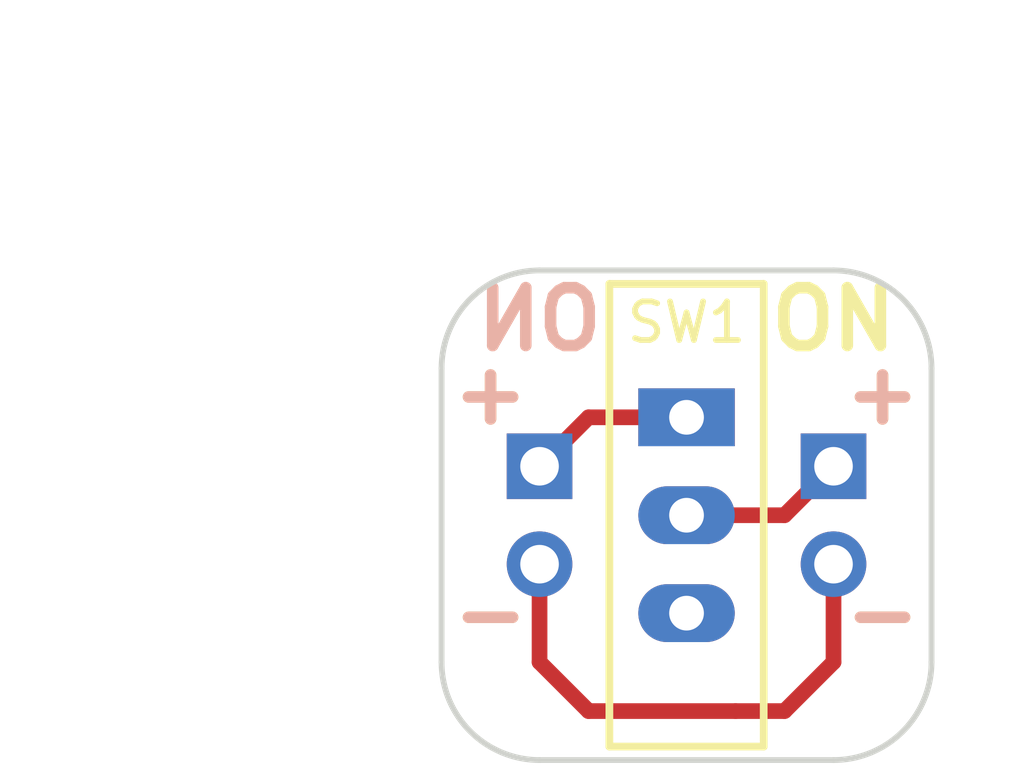
<source format=kicad_pcb>
(kicad_pcb (version 4) (host pcbnew 4.0.6)

  (general
    (links 3)
    (no_connects 0)
    (area 140.894999 100.254999 153.745001 113.105001)
    (thickness 1.6)
    (drawings 20)
    (tracks 10)
    (zones 0)
    (modules 3)
    (nets 4)
  )

  (page A4)
  (layers
    (0 F.Cu signal)
    (31 B.Cu signal)
    (32 B.Adhes user)
    (33 F.Adhes user)
    (34 B.Paste user)
    (35 F.Paste user)
    (36 B.SilkS user)
    (37 F.SilkS user)
    (38 B.Mask user)
    (39 F.Mask user)
    (40 Dwgs.User user)
    (41 Cmts.User user)
    (42 Eco1.User user)
    (43 Eco2.User user)
    (44 Edge.Cuts user)
    (45 Margin user)
    (46 B.CrtYd user)
    (47 F.CrtYd user)
    (48 B.Fab user)
    (49 F.Fab user)
  )

  (setup
    (last_trace_width 0.4064)
    (user_trace_width 0.4064)
    (trace_clearance 0.2)
    (zone_clearance 0.508)
    (zone_45_only no)
    (trace_min 0.2)
    (segment_width 0.2)
    (edge_width 0.15)
    (via_size 0.6)
    (via_drill 0.4)
    (via_min_size 0.4)
    (via_min_drill 0.3)
    (uvia_size 0.3)
    (uvia_drill 0.1)
    (uvias_allowed no)
    (uvia_min_size 0.2)
    (uvia_min_drill 0.1)
    (pcb_text_width 0.3)
    (pcb_text_size 1.5 1.5)
    (mod_edge_width 0.15)
    (mod_text_size 1 1)
    (mod_text_width 0.15)
    (pad_size 1.524 1.524)
    (pad_drill 0.762)
    (pad_to_mask_clearance 0)
    (aux_axis_origin 0 0)
    (visible_elements 7FFFFFFF)
    (pcbplotparams
      (layerselection 0x00030_80000001)
      (usegerberextensions false)
      (excludeedgelayer true)
      (linewidth 0.100000)
      (plotframeref false)
      (viasonmask false)
      (mode 1)
      (useauxorigin false)
      (hpglpennumber 1)
      (hpglpenspeed 20)
      (hpglpendiameter 15)
      (hpglpenoverlay 2)
      (psnegative false)
      (psa4output false)
      (plotreference true)
      (plotvalue true)
      (plotinvisibletext false)
      (padsonsilk false)
      (subtractmaskfromsilk false)
      (outputformat 1)
      (mirror false)
      (drillshape 1)
      (scaleselection 1)
      (outputdirectory ""))
  )

  (net 0 "")
  (net 1 "Net-(J1-Pad1)")
  (net 2 "Net-(J1-Pad2)")
  (net 3 "Net-(J2-Pad1)")

  (net_class Default "This is the default net class."
    (clearance 0.2)
    (trace_width 0.25)
    (via_dia 0.6)
    (via_drill 0.4)
    (uvia_dia 0.3)
    (uvia_drill 0.1)
    (add_net "Net-(J1-Pad1)")
    (add_net "Net-(J1-Pad2)")
    (add_net "Net-(J2-Pad1)")
  )

  (module Pin_Headers:Pin_Header_Straight_1x02_Pitch2.54mm (layer F.Cu) (tedit 5CA677CD) (tstamp 5CA676B1)
    (at 151.13 105.41)
    (descr "Through hole straight pin header, 1x02, 2.54mm pitch, single row")
    (tags "Through hole pin header THT 1x02 2.54mm single row")
    (path /5CA6773B)
    (fp_text reference J2 (at 0 -2.33) (layer F.SilkS) hide
      (effects (font (size 1 1) (thickness 0.15)))
    )
    (fp_text value CONN_01X02 (at 0 4.87) (layer F.Fab)
      (effects (font (size 1 1) (thickness 0.15)))
    )
    (fp_line (start -0.635 -1.27) (end 1.27 -1.27) (layer F.Fab) (width 0.1))
    (fp_line (start 1.27 -1.27) (end 1.27 3.81) (layer F.Fab) (width 0.1))
    (fp_line (start 1.27 3.81) (end -1.27 3.81) (layer F.Fab) (width 0.1))
    (fp_line (start -1.27 3.81) (end -1.27 -0.635) (layer F.Fab) (width 0.1))
    (fp_line (start -1.27 -0.635) (end -0.635 -1.27) (layer F.Fab) (width 0.1))
    (fp_line (start -1.8 -1.8) (end -1.8 4.35) (layer F.CrtYd) (width 0.05))
    (fp_line (start -1.8 4.35) (end 1.8 4.35) (layer F.CrtYd) (width 0.05))
    (fp_line (start 1.8 4.35) (end 1.8 -1.8) (layer F.CrtYd) (width 0.05))
    (fp_line (start 1.8 -1.8) (end -1.8 -1.8) (layer F.CrtYd) (width 0.05))
    (fp_text user %R (at 0 1.27 90) (layer F.Fab)
      (effects (font (size 1 1) (thickness 0.15)))
    )
    (pad 1 thru_hole rect (at 0 0) (size 1.7 1.7) (drill 1) (layers *.Cu *.Mask)
      (net 3 "Net-(J2-Pad1)"))
    (pad 2 thru_hole oval (at 0 2.54) (size 1.7 1.7) (drill 1) (layers *.Cu *.Mask)
      (net 2 "Net-(J1-Pad2)"))
    (model ${KISYS3DMOD}/Pin_Headers.3dshapes/Pin_Header_Straight_1x02_Pitch2.54mm.wrl
      (at (xyz 0 0 0))
      (scale (xyz 1 1 1))
      (rotate (xyz 0 0 0))
    )
  )

  (module Pin_Headers:Pin_Header_Straight_1x02_Pitch2.54mm (layer F.Cu) (tedit 5CA677B7) (tstamp 5CA6769B)
    (at 143.51 105.41)
    (descr "Through hole straight pin header, 1x02, 2.54mm pitch, single row")
    (tags "Through hole pin header THT 1x02 2.54mm single row")
    (path /5CA675A4)
    (fp_text reference J1 (at 0 -2.33) (layer F.SilkS) hide
      (effects (font (size 1 1) (thickness 0.15)))
    )
    (fp_text value CONN_01X02 (at 0 4.87) (layer F.Fab)
      (effects (font (size 1 1) (thickness 0.15)))
    )
    (fp_line (start -0.635 -1.27) (end 1.27 -1.27) (layer F.Fab) (width 0.1))
    (fp_line (start 1.27 -1.27) (end 1.27 3.81) (layer F.Fab) (width 0.1))
    (fp_line (start 1.27 3.81) (end -1.27 3.81) (layer F.Fab) (width 0.1))
    (fp_line (start -1.27 3.81) (end -1.27 -0.635) (layer F.Fab) (width 0.1))
    (fp_line (start -1.27 -0.635) (end -0.635 -1.27) (layer F.Fab) (width 0.1))
    (fp_line (start -1.8 -1.8) (end -1.8 4.35) (layer F.CrtYd) (width 0.05))
    (fp_line (start -1.8 4.35) (end 1.8 4.35) (layer F.CrtYd) (width 0.05))
    (fp_line (start 1.8 4.35) (end 1.8 -1.8) (layer F.CrtYd) (width 0.05))
    (fp_line (start 1.8 -1.8) (end -1.8 -1.8) (layer F.CrtYd) (width 0.05))
    (fp_text user %R (at 0 1.27 90) (layer F.Fab)
      (effects (font (size 1 1) (thickness 0.15)))
    )
    (pad 1 thru_hole rect (at 0 0) (size 1.7 1.7) (drill 1) (layers *.Cu *.Mask)
      (net 1 "Net-(J1-Pad1)"))
    (pad 2 thru_hole oval (at 0 2.54) (size 1.7 1.7) (drill 1) (layers *.Cu *.Mask)
      (net 2 "Net-(J1-Pad2)"))
    (model ${KISYS3DMOD}/Pin_Headers.3dshapes/Pin_Header_Straight_1x02_Pitch2.54mm.wrl
      (at (xyz 0 0 0))
      (scale (xyz 1 1 1))
      (rotate (xyz 0 0 0))
    )
  )

  (module Buttons_Switches_THT:SW_CuK_OS102011MA1QN1_SPDT_Angled (layer F.Cu) (tedit 5CA6771C) (tstamp 5CA676C9)
    (at 147.32 106.68 270)
    (descr "CuK miniature slide switch, OS series, SPDT, right angle, http://www.ckswitches.com/media/1428/os.pdf")
    (tags "switch SPDT")
    (path /5CA6752D)
    (fp_text reference SW1 (at -5 0 360) (layer F.SilkS)
      (effects (font (size 1 1) (thickness 0.15)))
    )
    (fp_text value SW_SPST (at 0 3 270) (layer F.Fab)
      (effects (font (size 1 1) (thickness 0.15)))
    )
    (fp_line (start -6 -2) (end -6 2) (layer F.SilkS) (width 0.2))
    (fp_line (start -6 2) (end 6 2) (layer F.SilkS) (width 0.2))
    (fp_line (start 6 2) (end 6 -2) (layer F.SilkS) (width 0.2))
    (fp_line (start 6 -2) (end -6 -2) (layer F.SilkS) (width 0.2))
    (fp_text user %R (at 2.3 1.7 270) (layer F.Fab)
      (effects (font (size 0.5 0.5) (thickness 0.1)))
    )
    (pad 1 thru_hole rect (at -2.54 0 270) (size 1.5 2.5) (drill 0.9) (layers *.Cu *.Mask)
      (net 1 "Net-(J1-Pad1)"))
    (pad 2 thru_hole oval (at 0 0 270) (size 1.5 2.5) (drill 0.9) (layers *.Cu *.Mask)
      (net 3 "Net-(J2-Pad1)"))
    (pad 3 thru_hole oval (at 2.54 0 270) (size 1.5 2.5) (drill 0.9) (layers *.Cu *.Mask))
    (model ${KISYS3DMOD}/Buttons_Switches_THT.3dshapes/SW_CuK_OS102011MA1QN1_SPDT_Angled.wrl
      (at (xyz 0 0 0))
      (scale (xyz 1 1 1))
      (rotate (xyz 0 0 0))
    )
  )

  (gr_text ON (at 143.51 101.6) (layer B.SilkS)
    (effects (font (size 1.5 1.5) (thickness 0.3)) (justify mirror))
  )
  (gr_text - (at 152.4 109.22) (layer B.SilkS)
    (effects (font (size 1.5 1.5) (thickness 0.3)) (justify mirror))
  )
  (gr_text - (at 142.24 109.22) (layer B.SilkS)
    (effects (font (size 1.5 1.5) (thickness 0.3)) (justify mirror))
  )
  (gr_text + (at 152.4 103.505) (layer B.SilkS)
    (effects (font (size 1.5 1.5) (thickness 0.3)) (justify mirror))
  )
  (gr_text + (at 142.24 103.505) (layer B.SilkS)
    (effects (font (size 1.5 1.5) (thickness 0.3)) (justify mirror))
  )
  (gr_text ON (at 151.13 101.6) (layer F.SilkS)
    (effects (font (size 1.5 1.5) (thickness 0.3)))
  )
  (gr_text - (at 152.4 109.22) (layer F.SilkS)
    (effects (font (size 1.5 1.5) (thickness 0.3)))
  )
  (gr_text - (at 142.24 109.22) (layer F.SilkS)
    (effects (font (size 1.5 1.5) (thickness 0.3)))
  )
  (gr_text + (at 152.4 103.505) (layer F.SilkS)
    (effects (font (size 1.5 1.5) (thickness 0.3)))
  )
  (gr_text + (at 142.24 103.505) (layer F.SilkS)
    (effects (font (size 1.5 1.5) (thickness 0.3)))
  )
  (gr_line (start 151.13 113.03) (end 143.51 113.03) (angle 90) (layer Edge.Cuts) (width 0.15))
  (gr_line (start 143.51 100.33) (end 151.13 100.33) (angle 90) (layer Edge.Cuts) (width 0.15))
  (dimension 12.7 (width 0.3) (layer Dwgs.User)
    (gr_text "0.5000 in" (at 147.32 95.17) (layer Dwgs.User)
      (effects (font (size 1.5 1.5) (thickness 0.3)))
    )
    (feature1 (pts (xy 153.67 99.06) (xy 153.67 93.82)))
    (feature2 (pts (xy 140.97 99.06) (xy 140.97 93.82)))
    (crossbar (pts (xy 140.97 96.52) (xy 153.67 96.52)))
    (arrow1a (pts (xy 153.67 96.52) (xy 152.543496 97.106421)))
    (arrow1b (pts (xy 153.67 96.52) (xy 152.543496 95.933579)))
    (arrow2a (pts (xy 140.97 96.52) (xy 142.096504 97.106421)))
    (arrow2b (pts (xy 140.97 96.52) (xy 142.096504 95.933579)))
  )
  (dimension 12.7 (width 0.3) (layer Dwgs.User)
    (gr_text "0.5000 in" (at 135.81 106.68 270) (layer Dwgs.User)
      (effects (font (size 1.5 1.5) (thickness 0.3)))
    )
    (feature1 (pts (xy 139.7 113.03) (xy 134.46 113.03)))
    (feature2 (pts (xy 139.7 100.33) (xy 134.46 100.33)))
    (crossbar (pts (xy 137.16 100.33) (xy 137.16 113.03)))
    (arrow1a (pts (xy 137.16 113.03) (xy 136.573579 111.903496)))
    (arrow1b (pts (xy 137.16 113.03) (xy 137.746421 111.903496)))
    (arrow2a (pts (xy 137.16 100.33) (xy 136.573579 101.456504)))
    (arrow2b (pts (xy 137.16 100.33) (xy 137.746421 101.456504)))
  )
  (gr_line (start 140.97 110.49) (end 140.97 102.87) (angle 90) (layer Edge.Cuts) (width 0.15))
  (gr_line (start 153.67 102.87) (end 153.67 110.49) (angle 90) (layer Edge.Cuts) (width 0.15))
  (gr_arc (start 143.51 102.87) (end 140.97 102.87) (angle 90) (layer Edge.Cuts) (width 0.15))
  (gr_arc (start 143.51 110.49) (end 143.51 113.03) (angle 90) (layer Edge.Cuts) (width 0.15))
  (gr_arc (start 151.13 110.49) (end 153.67 110.49) (angle 90) (layer Edge.Cuts) (width 0.15))
  (gr_arc (start 151.13 102.87) (end 151.13 100.33) (angle 90) (layer Edge.Cuts) (width 0.15))

  (segment (start 143.51 105.41) (end 144.78 104.14) (width 0.4064) (layer F.Cu) (net 1))
  (segment (start 144.78 104.14) (end 147.32 104.14) (width 0.4064) (layer F.Cu) (net 1) (tstamp 5CA6790B))
  (segment (start 143.51 107.95) (end 143.51 110.49) (width 0.4064) (layer F.Cu) (net 2))
  (segment (start 151.13 110.49) (end 151.13 107.95) (width 0.4064) (layer F.Cu) (net 2) (tstamp 5CA67916))
  (segment (start 149.86 111.76) (end 151.13 110.49) (width 0.4064) (layer F.Cu) (net 2) (tstamp 5CA67915))
  (segment (start 148.59 111.76) (end 149.86 111.76) (width 0.4064) (layer F.Cu) (net 2) (tstamp 5CA67913))
  (segment (start 144.78 111.76) (end 148.59 111.76) (width 0.4064) (layer F.Cu) (net 2) (tstamp 5CA67912))
  (segment (start 143.51 110.49) (end 144.78 111.76) (width 0.4064) (layer F.Cu) (net 2) (tstamp 5CA67911))
  (segment (start 147.32 106.68) (end 149.86 106.68) (width 0.4064) (layer F.Cu) (net 3))
  (segment (start 149.86 106.68) (end 151.13 105.41) (width 0.4064) (layer F.Cu) (net 3) (tstamp 5CA6790E))

)

</source>
